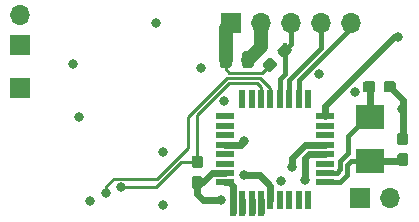
<source format=gbr>
G04 #@! TF.GenerationSoftware,KiCad,Pcbnew,(5.1.5)-3*
G04 #@! TF.CreationDate,2020-02-18T08:36:51+11:00*
G04 #@! TF.ProjectId,Heterodyne,48657465-726f-4647-996e-652e6b696361,rev?*
G04 #@! TF.SameCoordinates,Original*
G04 #@! TF.FileFunction,Copper,L4,Bot*
G04 #@! TF.FilePolarity,Positive*
%FSLAX46Y46*%
G04 Gerber Fmt 4.6, Leading zero omitted, Abs format (unit mm)*
G04 Created by KiCad (PCBNEW (5.1.5)-3) date 2020-02-18 08:36:51*
%MOMM*%
%LPD*%
G04 APERTURE LIST*
%ADD10R,0.600000X0.600000*%
%ADD11C,0.100000*%
%ADD12O,1.700000X1.700000*%
%ADD13R,1.700000X1.700000*%
%ADD14R,1.600000X0.550000*%
%ADD15R,0.550000X1.600000*%
%ADD16R,2.400000X2.000000*%
%ADD17C,0.800000*%
%ADD18C,0.600000*%
%ADD19C,1.200000*%
%ADD20C,0.250000*%
%ADD21C,0.400000*%
G04 APERTURE END LIST*
D10*
X123500000Y-65600000D03*
X124300000Y-65600000D03*
X125100000Y-65600000D03*
X125900000Y-65600000D03*
G04 #@! TA.AperFunction,SMDPad,CuDef*
D11*
G36*
X138160779Y-58776144D02*
G01*
X138183834Y-58779563D01*
X138206443Y-58785227D01*
X138228387Y-58793079D01*
X138249457Y-58803044D01*
X138269448Y-58815026D01*
X138288168Y-58828910D01*
X138305438Y-58844562D01*
X138321090Y-58861832D01*
X138334974Y-58880552D01*
X138346956Y-58900543D01*
X138356921Y-58921613D01*
X138364773Y-58943557D01*
X138370437Y-58966166D01*
X138373856Y-58989221D01*
X138375000Y-59012500D01*
X138375000Y-59587500D01*
X138373856Y-59610779D01*
X138370437Y-59633834D01*
X138364773Y-59656443D01*
X138356921Y-59678387D01*
X138346956Y-59699457D01*
X138334974Y-59719448D01*
X138321090Y-59738168D01*
X138305438Y-59755438D01*
X138288168Y-59771090D01*
X138269448Y-59784974D01*
X138249457Y-59796956D01*
X138228387Y-59806921D01*
X138206443Y-59814773D01*
X138183834Y-59820437D01*
X138160779Y-59823856D01*
X138137500Y-59825000D01*
X137662500Y-59825000D01*
X137639221Y-59823856D01*
X137616166Y-59820437D01*
X137593557Y-59814773D01*
X137571613Y-59806921D01*
X137550543Y-59796956D01*
X137530552Y-59784974D01*
X137511832Y-59771090D01*
X137494562Y-59755438D01*
X137478910Y-59738168D01*
X137465026Y-59719448D01*
X137453044Y-59699457D01*
X137443079Y-59678387D01*
X137435227Y-59656443D01*
X137429563Y-59633834D01*
X137426144Y-59610779D01*
X137425000Y-59587500D01*
X137425000Y-59012500D01*
X137426144Y-58989221D01*
X137429563Y-58966166D01*
X137435227Y-58943557D01*
X137443079Y-58921613D01*
X137453044Y-58900543D01*
X137465026Y-58880552D01*
X137478910Y-58861832D01*
X137494562Y-58844562D01*
X137511832Y-58828910D01*
X137530552Y-58815026D01*
X137550543Y-58803044D01*
X137571613Y-58793079D01*
X137593557Y-58785227D01*
X137616166Y-58779563D01*
X137639221Y-58776144D01*
X137662500Y-58775000D01*
X138137500Y-58775000D01*
X138160779Y-58776144D01*
G37*
G04 #@! TD.AperFunction*
G04 #@! TA.AperFunction,SMDPad,CuDef*
G36*
X138160779Y-60526144D02*
G01*
X138183834Y-60529563D01*
X138206443Y-60535227D01*
X138228387Y-60543079D01*
X138249457Y-60553044D01*
X138269448Y-60565026D01*
X138288168Y-60578910D01*
X138305438Y-60594562D01*
X138321090Y-60611832D01*
X138334974Y-60630552D01*
X138346956Y-60650543D01*
X138356921Y-60671613D01*
X138364773Y-60693557D01*
X138370437Y-60716166D01*
X138373856Y-60739221D01*
X138375000Y-60762500D01*
X138375000Y-61337500D01*
X138373856Y-61360779D01*
X138370437Y-61383834D01*
X138364773Y-61406443D01*
X138356921Y-61428387D01*
X138346956Y-61449457D01*
X138334974Y-61469448D01*
X138321090Y-61488168D01*
X138305438Y-61505438D01*
X138288168Y-61521090D01*
X138269448Y-61534974D01*
X138249457Y-61546956D01*
X138228387Y-61556921D01*
X138206443Y-61564773D01*
X138183834Y-61570437D01*
X138160779Y-61573856D01*
X138137500Y-61575000D01*
X137662500Y-61575000D01*
X137639221Y-61573856D01*
X137616166Y-61570437D01*
X137593557Y-61564773D01*
X137571613Y-61556921D01*
X137550543Y-61546956D01*
X137530552Y-61534974D01*
X137511832Y-61521090D01*
X137494562Y-61505438D01*
X137478910Y-61488168D01*
X137465026Y-61469448D01*
X137453044Y-61449457D01*
X137443079Y-61428387D01*
X137435227Y-61406443D01*
X137429563Y-61383834D01*
X137426144Y-61360779D01*
X137425000Y-61337500D01*
X137425000Y-60762500D01*
X137426144Y-60739221D01*
X137429563Y-60716166D01*
X137435227Y-60693557D01*
X137443079Y-60671613D01*
X137453044Y-60650543D01*
X137465026Y-60630552D01*
X137478910Y-60611832D01*
X137494562Y-60594562D01*
X137511832Y-60578910D01*
X137530552Y-60565026D01*
X137550543Y-60553044D01*
X137571613Y-60543079D01*
X137593557Y-60535227D01*
X137616166Y-60529563D01*
X137639221Y-60526144D01*
X137662500Y-60525000D01*
X138137500Y-60525000D01*
X138160779Y-60526144D01*
G37*
G04 #@! TD.AperFunction*
D12*
X133500000Y-49500000D03*
X130960000Y-49500000D03*
X128420000Y-49500000D03*
X125880000Y-49500000D03*
D13*
X123340000Y-49500000D03*
G04 #@! TA.AperFunction,SMDPad,CuDef*
D11*
G36*
X120760779Y-62476144D02*
G01*
X120783834Y-62479563D01*
X120806443Y-62485227D01*
X120828387Y-62493079D01*
X120849457Y-62503044D01*
X120869448Y-62515026D01*
X120888168Y-62528910D01*
X120905438Y-62544562D01*
X120921090Y-62561832D01*
X120934974Y-62580552D01*
X120946956Y-62600543D01*
X120956921Y-62621613D01*
X120964773Y-62643557D01*
X120970437Y-62666166D01*
X120973856Y-62689221D01*
X120975000Y-62712500D01*
X120975000Y-63287500D01*
X120973856Y-63310779D01*
X120970437Y-63333834D01*
X120964773Y-63356443D01*
X120956921Y-63378387D01*
X120946956Y-63399457D01*
X120934974Y-63419448D01*
X120921090Y-63438168D01*
X120905438Y-63455438D01*
X120888168Y-63471090D01*
X120869448Y-63484974D01*
X120849457Y-63496956D01*
X120828387Y-63506921D01*
X120806443Y-63514773D01*
X120783834Y-63520437D01*
X120760779Y-63523856D01*
X120737500Y-63525000D01*
X120262500Y-63525000D01*
X120239221Y-63523856D01*
X120216166Y-63520437D01*
X120193557Y-63514773D01*
X120171613Y-63506921D01*
X120150543Y-63496956D01*
X120130552Y-63484974D01*
X120111832Y-63471090D01*
X120094562Y-63455438D01*
X120078910Y-63438168D01*
X120065026Y-63419448D01*
X120053044Y-63399457D01*
X120043079Y-63378387D01*
X120035227Y-63356443D01*
X120029563Y-63333834D01*
X120026144Y-63310779D01*
X120025000Y-63287500D01*
X120025000Y-62712500D01*
X120026144Y-62689221D01*
X120029563Y-62666166D01*
X120035227Y-62643557D01*
X120043079Y-62621613D01*
X120053044Y-62600543D01*
X120065026Y-62580552D01*
X120078910Y-62561832D01*
X120094562Y-62544562D01*
X120111832Y-62528910D01*
X120130552Y-62515026D01*
X120150543Y-62503044D01*
X120171613Y-62493079D01*
X120193557Y-62485227D01*
X120216166Y-62479563D01*
X120239221Y-62476144D01*
X120262500Y-62475000D01*
X120737500Y-62475000D01*
X120760779Y-62476144D01*
G37*
G04 #@! TD.AperFunction*
G04 #@! TA.AperFunction,SMDPad,CuDef*
G36*
X120760779Y-60726144D02*
G01*
X120783834Y-60729563D01*
X120806443Y-60735227D01*
X120828387Y-60743079D01*
X120849457Y-60753044D01*
X120869448Y-60765026D01*
X120888168Y-60778910D01*
X120905438Y-60794562D01*
X120921090Y-60811832D01*
X120934974Y-60830552D01*
X120946956Y-60850543D01*
X120956921Y-60871613D01*
X120964773Y-60893557D01*
X120970437Y-60916166D01*
X120973856Y-60939221D01*
X120975000Y-60962500D01*
X120975000Y-61537500D01*
X120973856Y-61560779D01*
X120970437Y-61583834D01*
X120964773Y-61606443D01*
X120956921Y-61628387D01*
X120946956Y-61649457D01*
X120934974Y-61669448D01*
X120921090Y-61688168D01*
X120905438Y-61705438D01*
X120888168Y-61721090D01*
X120869448Y-61734974D01*
X120849457Y-61746956D01*
X120828387Y-61756921D01*
X120806443Y-61764773D01*
X120783834Y-61770437D01*
X120760779Y-61773856D01*
X120737500Y-61775000D01*
X120262500Y-61775000D01*
X120239221Y-61773856D01*
X120216166Y-61770437D01*
X120193557Y-61764773D01*
X120171613Y-61756921D01*
X120150543Y-61746956D01*
X120130552Y-61734974D01*
X120111832Y-61721090D01*
X120094562Y-61705438D01*
X120078910Y-61688168D01*
X120065026Y-61669448D01*
X120053044Y-61649457D01*
X120043079Y-61628387D01*
X120035227Y-61606443D01*
X120029563Y-61583834D01*
X120026144Y-61560779D01*
X120025000Y-61537500D01*
X120025000Y-60962500D01*
X120026144Y-60939221D01*
X120029563Y-60916166D01*
X120035227Y-60893557D01*
X120043079Y-60871613D01*
X120053044Y-60850543D01*
X120065026Y-60830552D01*
X120078910Y-60811832D01*
X120094562Y-60794562D01*
X120111832Y-60778910D01*
X120130552Y-60765026D01*
X120150543Y-60753044D01*
X120171613Y-60743079D01*
X120193557Y-60735227D01*
X120216166Y-60729563D01*
X120239221Y-60726144D01*
X120262500Y-60725000D01*
X120737500Y-60725000D01*
X120760779Y-60726144D01*
G37*
G04 #@! TD.AperFunction*
G04 #@! TA.AperFunction,SMDPad,CuDef*
G36*
X127958634Y-51192413D02*
G01*
X127981689Y-51195832D01*
X128004298Y-51201496D01*
X128026242Y-51209348D01*
X128047312Y-51219313D01*
X128067303Y-51231295D01*
X128086023Y-51245179D01*
X128103293Y-51260831D01*
X128439169Y-51596707D01*
X128454821Y-51613977D01*
X128468705Y-51632697D01*
X128480687Y-51652688D01*
X128490652Y-51673758D01*
X128498504Y-51695702D01*
X128504168Y-51718311D01*
X128507587Y-51741366D01*
X128508731Y-51764645D01*
X128507587Y-51787924D01*
X128504168Y-51810979D01*
X128498504Y-51833588D01*
X128490652Y-51855532D01*
X128480687Y-51876602D01*
X128468705Y-51896593D01*
X128454821Y-51915313D01*
X128439169Y-51932583D01*
X128032583Y-52339169D01*
X128015313Y-52354821D01*
X127996593Y-52368705D01*
X127976602Y-52380687D01*
X127955532Y-52390652D01*
X127933588Y-52398504D01*
X127910979Y-52404168D01*
X127887924Y-52407587D01*
X127864645Y-52408731D01*
X127841366Y-52407587D01*
X127818311Y-52404168D01*
X127795702Y-52398504D01*
X127773758Y-52390652D01*
X127752688Y-52380687D01*
X127732697Y-52368705D01*
X127713977Y-52354821D01*
X127696707Y-52339169D01*
X127360831Y-52003293D01*
X127345179Y-51986023D01*
X127331295Y-51967303D01*
X127319313Y-51947312D01*
X127309348Y-51926242D01*
X127301496Y-51904298D01*
X127295832Y-51881689D01*
X127292413Y-51858634D01*
X127291269Y-51835355D01*
X127292413Y-51812076D01*
X127295832Y-51789021D01*
X127301496Y-51766412D01*
X127309348Y-51744468D01*
X127319313Y-51723398D01*
X127331295Y-51703407D01*
X127345179Y-51684687D01*
X127360831Y-51667417D01*
X127767417Y-51260831D01*
X127784687Y-51245179D01*
X127803407Y-51231295D01*
X127823398Y-51219313D01*
X127844468Y-51209348D01*
X127866412Y-51201496D01*
X127889021Y-51195832D01*
X127912076Y-51192413D01*
X127935355Y-51191269D01*
X127958634Y-51192413D01*
G37*
G04 #@! TD.AperFunction*
G04 #@! TA.AperFunction,SMDPad,CuDef*
G36*
X126721198Y-52429849D02*
G01*
X126744253Y-52433268D01*
X126766862Y-52438932D01*
X126788806Y-52446784D01*
X126809876Y-52456749D01*
X126829867Y-52468731D01*
X126848587Y-52482615D01*
X126865857Y-52498267D01*
X127201733Y-52834143D01*
X127217385Y-52851413D01*
X127231269Y-52870133D01*
X127243251Y-52890124D01*
X127253216Y-52911194D01*
X127261068Y-52933138D01*
X127266732Y-52955747D01*
X127270151Y-52978802D01*
X127271295Y-53002081D01*
X127270151Y-53025360D01*
X127266732Y-53048415D01*
X127261068Y-53071024D01*
X127253216Y-53092968D01*
X127243251Y-53114038D01*
X127231269Y-53134029D01*
X127217385Y-53152749D01*
X127201733Y-53170019D01*
X126795147Y-53576605D01*
X126777877Y-53592257D01*
X126759157Y-53606141D01*
X126739166Y-53618123D01*
X126718096Y-53628088D01*
X126696152Y-53635940D01*
X126673543Y-53641604D01*
X126650488Y-53645023D01*
X126627209Y-53646167D01*
X126603930Y-53645023D01*
X126580875Y-53641604D01*
X126558266Y-53635940D01*
X126536322Y-53628088D01*
X126515252Y-53618123D01*
X126495261Y-53606141D01*
X126476541Y-53592257D01*
X126459271Y-53576605D01*
X126123395Y-53240729D01*
X126107743Y-53223459D01*
X126093859Y-53204739D01*
X126081877Y-53184748D01*
X126071912Y-53163678D01*
X126064060Y-53141734D01*
X126058396Y-53119125D01*
X126054977Y-53096070D01*
X126053833Y-53072791D01*
X126054977Y-53049512D01*
X126058396Y-53026457D01*
X126064060Y-53003848D01*
X126071912Y-52981904D01*
X126081877Y-52960834D01*
X126093859Y-52940843D01*
X126107743Y-52922123D01*
X126123395Y-52904853D01*
X126529981Y-52498267D01*
X126547251Y-52482615D01*
X126565971Y-52468731D01*
X126585962Y-52456749D01*
X126607032Y-52446784D01*
X126628976Y-52438932D01*
X126651585Y-52433268D01*
X126674640Y-52429849D01*
X126697919Y-52428705D01*
X126721198Y-52429849D01*
G37*
G04 #@! TD.AperFunction*
G04 #@! TA.AperFunction,SMDPad,CuDef*
G36*
X125067642Y-51901174D02*
G01*
X125091303Y-51904684D01*
X125114507Y-51910496D01*
X125137029Y-51918554D01*
X125158653Y-51928782D01*
X125179170Y-51941079D01*
X125198383Y-51955329D01*
X125216107Y-51971393D01*
X125232171Y-51989117D01*
X125246421Y-52008330D01*
X125258718Y-52028847D01*
X125268946Y-52050471D01*
X125277004Y-52072993D01*
X125282816Y-52096197D01*
X125286326Y-52119858D01*
X125287500Y-52143750D01*
X125287500Y-53056250D01*
X125286326Y-53080142D01*
X125282816Y-53103803D01*
X125277004Y-53127007D01*
X125268946Y-53149529D01*
X125258718Y-53171153D01*
X125246421Y-53191670D01*
X125232171Y-53210883D01*
X125216107Y-53228607D01*
X125198383Y-53244671D01*
X125179170Y-53258921D01*
X125158653Y-53271218D01*
X125137029Y-53281446D01*
X125114507Y-53289504D01*
X125091303Y-53295316D01*
X125067642Y-53298826D01*
X125043750Y-53300000D01*
X124556250Y-53300000D01*
X124532358Y-53298826D01*
X124508697Y-53295316D01*
X124485493Y-53289504D01*
X124462971Y-53281446D01*
X124441347Y-53271218D01*
X124420830Y-53258921D01*
X124401617Y-53244671D01*
X124383893Y-53228607D01*
X124367829Y-53210883D01*
X124353579Y-53191670D01*
X124341282Y-53171153D01*
X124331054Y-53149529D01*
X124322996Y-53127007D01*
X124317184Y-53103803D01*
X124313674Y-53080142D01*
X124312500Y-53056250D01*
X124312500Y-52143750D01*
X124313674Y-52119858D01*
X124317184Y-52096197D01*
X124322996Y-52072993D01*
X124331054Y-52050471D01*
X124341282Y-52028847D01*
X124353579Y-52008330D01*
X124367829Y-51989117D01*
X124383893Y-51971393D01*
X124401617Y-51955329D01*
X124420830Y-51941079D01*
X124441347Y-51928782D01*
X124462971Y-51918554D01*
X124485493Y-51910496D01*
X124508697Y-51904684D01*
X124532358Y-51901174D01*
X124556250Y-51900000D01*
X125043750Y-51900000D01*
X125067642Y-51901174D01*
G37*
G04 #@! TD.AperFunction*
G04 #@! TA.AperFunction,SMDPad,CuDef*
G36*
X123192642Y-51901174D02*
G01*
X123216303Y-51904684D01*
X123239507Y-51910496D01*
X123262029Y-51918554D01*
X123283653Y-51928782D01*
X123304170Y-51941079D01*
X123323383Y-51955329D01*
X123341107Y-51971393D01*
X123357171Y-51989117D01*
X123371421Y-52008330D01*
X123383718Y-52028847D01*
X123393946Y-52050471D01*
X123402004Y-52072993D01*
X123407816Y-52096197D01*
X123411326Y-52119858D01*
X123412500Y-52143750D01*
X123412500Y-53056250D01*
X123411326Y-53080142D01*
X123407816Y-53103803D01*
X123402004Y-53127007D01*
X123393946Y-53149529D01*
X123383718Y-53171153D01*
X123371421Y-53191670D01*
X123357171Y-53210883D01*
X123341107Y-53228607D01*
X123323383Y-53244671D01*
X123304170Y-53258921D01*
X123283653Y-53271218D01*
X123262029Y-53281446D01*
X123239507Y-53289504D01*
X123216303Y-53295316D01*
X123192642Y-53298826D01*
X123168750Y-53300000D01*
X122681250Y-53300000D01*
X122657358Y-53298826D01*
X122633697Y-53295316D01*
X122610493Y-53289504D01*
X122587971Y-53281446D01*
X122566347Y-53271218D01*
X122545830Y-53258921D01*
X122526617Y-53244671D01*
X122508893Y-53228607D01*
X122492829Y-53210883D01*
X122478579Y-53191670D01*
X122466282Y-53171153D01*
X122456054Y-53149529D01*
X122447996Y-53127007D01*
X122442184Y-53103803D01*
X122438674Y-53080142D01*
X122437500Y-53056250D01*
X122437500Y-52143750D01*
X122438674Y-52119858D01*
X122442184Y-52096197D01*
X122447996Y-52072993D01*
X122456054Y-52050471D01*
X122466282Y-52028847D01*
X122478579Y-52008330D01*
X122492829Y-51989117D01*
X122508893Y-51971393D01*
X122526617Y-51955329D01*
X122545830Y-51941079D01*
X122566347Y-51928782D01*
X122587971Y-51918554D01*
X122610493Y-51910496D01*
X122633697Y-51904684D01*
X122657358Y-51901174D01*
X122681250Y-51900000D01*
X123168750Y-51900000D01*
X123192642Y-51901174D01*
G37*
G04 #@! TD.AperFunction*
G04 #@! TA.AperFunction,SMDPad,CuDef*
G36*
X135360779Y-54426144D02*
G01*
X135383834Y-54429563D01*
X135406443Y-54435227D01*
X135428387Y-54443079D01*
X135449457Y-54453044D01*
X135469448Y-54465026D01*
X135488168Y-54478910D01*
X135505438Y-54494562D01*
X135521090Y-54511832D01*
X135534974Y-54530552D01*
X135546956Y-54550543D01*
X135556921Y-54571613D01*
X135564773Y-54593557D01*
X135570437Y-54616166D01*
X135573856Y-54639221D01*
X135575000Y-54662500D01*
X135575000Y-55137500D01*
X135573856Y-55160779D01*
X135570437Y-55183834D01*
X135564773Y-55206443D01*
X135556921Y-55228387D01*
X135546956Y-55249457D01*
X135534974Y-55269448D01*
X135521090Y-55288168D01*
X135505438Y-55305438D01*
X135488168Y-55321090D01*
X135469448Y-55334974D01*
X135449457Y-55346956D01*
X135428387Y-55356921D01*
X135406443Y-55364773D01*
X135383834Y-55370437D01*
X135360779Y-55373856D01*
X135337500Y-55375000D01*
X134762500Y-55375000D01*
X134739221Y-55373856D01*
X134716166Y-55370437D01*
X134693557Y-55364773D01*
X134671613Y-55356921D01*
X134650543Y-55346956D01*
X134630552Y-55334974D01*
X134611832Y-55321090D01*
X134594562Y-55305438D01*
X134578910Y-55288168D01*
X134565026Y-55269448D01*
X134553044Y-55249457D01*
X134543079Y-55228387D01*
X134535227Y-55206443D01*
X134529563Y-55183834D01*
X134526144Y-55160779D01*
X134525000Y-55137500D01*
X134525000Y-54662500D01*
X134526144Y-54639221D01*
X134529563Y-54616166D01*
X134535227Y-54593557D01*
X134543079Y-54571613D01*
X134553044Y-54550543D01*
X134565026Y-54530552D01*
X134578910Y-54511832D01*
X134594562Y-54494562D01*
X134611832Y-54478910D01*
X134630552Y-54465026D01*
X134650543Y-54453044D01*
X134671613Y-54443079D01*
X134693557Y-54435227D01*
X134716166Y-54429563D01*
X134739221Y-54426144D01*
X134762500Y-54425000D01*
X135337500Y-54425000D01*
X135360779Y-54426144D01*
G37*
G04 #@! TD.AperFunction*
G04 #@! TA.AperFunction,SMDPad,CuDef*
G36*
X137110779Y-54426144D02*
G01*
X137133834Y-54429563D01*
X137156443Y-54435227D01*
X137178387Y-54443079D01*
X137199457Y-54453044D01*
X137219448Y-54465026D01*
X137238168Y-54478910D01*
X137255438Y-54494562D01*
X137271090Y-54511832D01*
X137284974Y-54530552D01*
X137296956Y-54550543D01*
X137306921Y-54571613D01*
X137314773Y-54593557D01*
X137320437Y-54616166D01*
X137323856Y-54639221D01*
X137325000Y-54662500D01*
X137325000Y-55137500D01*
X137323856Y-55160779D01*
X137320437Y-55183834D01*
X137314773Y-55206443D01*
X137306921Y-55228387D01*
X137296956Y-55249457D01*
X137284974Y-55269448D01*
X137271090Y-55288168D01*
X137255438Y-55305438D01*
X137238168Y-55321090D01*
X137219448Y-55334974D01*
X137199457Y-55346956D01*
X137178387Y-55356921D01*
X137156443Y-55364773D01*
X137133834Y-55370437D01*
X137110779Y-55373856D01*
X137087500Y-55375000D01*
X136512500Y-55375000D01*
X136489221Y-55373856D01*
X136466166Y-55370437D01*
X136443557Y-55364773D01*
X136421613Y-55356921D01*
X136400543Y-55346956D01*
X136380552Y-55334974D01*
X136361832Y-55321090D01*
X136344562Y-55305438D01*
X136328910Y-55288168D01*
X136315026Y-55269448D01*
X136303044Y-55249457D01*
X136293079Y-55228387D01*
X136285227Y-55206443D01*
X136279563Y-55183834D01*
X136276144Y-55160779D01*
X136275000Y-55137500D01*
X136275000Y-54662500D01*
X136276144Y-54639221D01*
X136279563Y-54616166D01*
X136285227Y-54593557D01*
X136293079Y-54571613D01*
X136303044Y-54550543D01*
X136315026Y-54530552D01*
X136328910Y-54511832D01*
X136344562Y-54494562D01*
X136361832Y-54478910D01*
X136380552Y-54465026D01*
X136400543Y-54453044D01*
X136421613Y-54443079D01*
X136443557Y-54435227D01*
X136466166Y-54429563D01*
X136489221Y-54426144D01*
X136512500Y-54425000D01*
X137087500Y-54425000D01*
X137110779Y-54426144D01*
G37*
G04 #@! TD.AperFunction*
D13*
X105500000Y-55000000D03*
X105500000Y-51400000D03*
D12*
X105500000Y-48860000D03*
X136800000Y-64300000D03*
D13*
X134260000Y-64300000D03*
D14*
X131350000Y-57400000D03*
X131350000Y-58200000D03*
X131350000Y-59000000D03*
X131350000Y-59800000D03*
X131350000Y-60600000D03*
X131350000Y-61400000D03*
X131350000Y-62200000D03*
X131350000Y-63000000D03*
D15*
X129900000Y-64450000D03*
X129100000Y-64450000D03*
X128300000Y-64450000D03*
X127500000Y-64450000D03*
X126700000Y-64450000D03*
X125900000Y-64450000D03*
X125100000Y-64450000D03*
X124300000Y-64450000D03*
D14*
X122850000Y-63000000D03*
X122850000Y-62200000D03*
X122850000Y-61400000D03*
X122850000Y-60600000D03*
X122850000Y-59800000D03*
X122850000Y-59000000D03*
X122850000Y-58200000D03*
X122850000Y-57400000D03*
D15*
X124300000Y-55950000D03*
X125100000Y-55950000D03*
X125900000Y-55950000D03*
X126700000Y-55950000D03*
X127500000Y-55950000D03*
X128300000Y-55950000D03*
X129100000Y-55950000D03*
X129900000Y-55950000D03*
D16*
X135100000Y-57500000D03*
X135100000Y-61200000D03*
D17*
X110000000Y-53000000D03*
X110500000Y-57500000D03*
X137875000Y-56800000D03*
X133823897Y-55323897D03*
X130800000Y-53800000D03*
X122800000Y-56100000D03*
X124500000Y-59500000D03*
X117600000Y-60400000D03*
X127600000Y-62900000D03*
X129600000Y-62800000D03*
X120800000Y-53299996D03*
X122500000Y-64500000D03*
X117600000Y-64900000D03*
X111400000Y-64600000D03*
X128500000Y-61699998D03*
X117000000Y-49500000D03*
X137500000Y-50700000D03*
X124500000Y-62400000D03*
X114055553Y-63419447D03*
X112800000Y-63900000D03*
D18*
X137900000Y-56000000D02*
X136800000Y-54900000D01*
X137900000Y-56800000D02*
X137875000Y-56800000D01*
X137900000Y-56800000D02*
X137900000Y-56000000D01*
X137900000Y-59300000D02*
X137900000Y-56800000D01*
X122850000Y-59800000D02*
X124200000Y-59800000D01*
X124200000Y-59800000D02*
X124500000Y-59500000D01*
X129950000Y-60600000D02*
X129600000Y-60950000D01*
X129600000Y-62234315D02*
X129600000Y-62800000D01*
X129600000Y-60950000D02*
X129600000Y-62234315D01*
X131350000Y-60600000D02*
X129950000Y-60600000D01*
D19*
X125880000Y-51520000D02*
X124800000Y-52600000D01*
X125880000Y-49500000D02*
X125880000Y-51520000D01*
D18*
X120500000Y-63000000D02*
X120975000Y-63000000D01*
X121775010Y-62199990D02*
X122850000Y-62199990D01*
X120975000Y-63000000D02*
X121775010Y-62199990D01*
X120500000Y-63000000D02*
X120500000Y-64000000D01*
X120500000Y-64000000D02*
X121000000Y-64500000D01*
X121000000Y-64500000D02*
X122500000Y-64500000D01*
X131350000Y-59800000D02*
X129618616Y-59800000D01*
X128500000Y-61134313D02*
X128500000Y-61699998D01*
X128500000Y-60918616D02*
X128500000Y-61134313D01*
X129618616Y-59800000D02*
X128500000Y-60918616D01*
D19*
X122925000Y-49915000D02*
X123340000Y-49500000D01*
X122925000Y-52600000D02*
X122925000Y-49915000D01*
D20*
X122925000Y-53425000D02*
X122925000Y-52600000D01*
X123199981Y-53699981D02*
X122925000Y-53425000D01*
X126662564Y-53037436D02*
X126000019Y-53699981D01*
X126000019Y-53699981D02*
X123199981Y-53699981D01*
D21*
X134900000Y-57500000D02*
X135100000Y-57500000D01*
X133300000Y-59100000D02*
X134900000Y-57500000D01*
X132300000Y-62200000D02*
X132600000Y-61900000D01*
X133300000Y-60500000D02*
X133300000Y-59100000D01*
X131350000Y-62200000D02*
X132300000Y-62200000D01*
X132600000Y-61900000D02*
X132600000Y-61200000D01*
X132600000Y-61200000D02*
X133300000Y-60500000D01*
D18*
X135100000Y-54950000D02*
X135050000Y-54900000D01*
X135100000Y-57500000D02*
X135100000Y-54950000D01*
D21*
X132550000Y-63000000D02*
X133200000Y-62350000D01*
X131350000Y-63000000D02*
X132550000Y-63000000D01*
X133500000Y-61200000D02*
X135100000Y-61200000D01*
X133200000Y-61500000D02*
X133500000Y-61200000D01*
X133200000Y-62350000D02*
X133200000Y-61500000D01*
D18*
X137750000Y-61200000D02*
X137900000Y-61050000D01*
X135100000Y-61200000D02*
X137750000Y-61200000D01*
X131350000Y-57400000D02*
X131350000Y-56525000D01*
X137175000Y-50700000D02*
X137500000Y-50700000D01*
X131350000Y-56525000D02*
X137175000Y-50700000D01*
X125065685Y-62400000D02*
X124500000Y-62400000D01*
X125825002Y-62400000D02*
X125065685Y-62400000D01*
X126700000Y-63274998D02*
X125825002Y-62400000D01*
X126700000Y-64450000D02*
X126700000Y-63274998D01*
D21*
X114055553Y-63419447D02*
X114080553Y-63419447D01*
D20*
X114055553Y-63419447D02*
X116980553Y-63419447D01*
X119150000Y-61250000D02*
X120500000Y-61250000D01*
X116980553Y-63419447D02*
X119150000Y-61250000D01*
X120500000Y-57326998D02*
X123226998Y-54600000D01*
X120500000Y-61250000D02*
X120500000Y-57326998D01*
X125900000Y-54900000D02*
X125900000Y-55950000D01*
X125600000Y-54600000D02*
X125900000Y-54900000D01*
X123226998Y-54600000D02*
X125600000Y-54600000D01*
X113439869Y-62694446D02*
X112800000Y-63334315D01*
X117069144Y-62694446D02*
X113439869Y-62694446D01*
X112800000Y-63334315D02*
X112800000Y-63900000D01*
X119700000Y-60063590D02*
X117069144Y-62694446D01*
X126700000Y-55000000D02*
X125849991Y-54149991D01*
X126700000Y-55950000D02*
X126700000Y-55000000D01*
X119700000Y-57490588D02*
X119700000Y-60063590D01*
X125849991Y-54149991D02*
X123040597Y-54149991D01*
X123040597Y-54149991D02*
X119700000Y-57490588D01*
D21*
X133500000Y-49948542D02*
X133500000Y-49500000D01*
X129100000Y-55950000D02*
X129100000Y-54348542D01*
X129100000Y-54348542D02*
X133500000Y-49948542D01*
X128300000Y-55000000D02*
X128300000Y-55950000D01*
X130960000Y-51640000D02*
X128300000Y-54300000D01*
X128300000Y-54300000D02*
X128300000Y-55000000D01*
X130960000Y-49500000D02*
X130960000Y-51640000D01*
X128420000Y-51280000D02*
X127900000Y-51800000D01*
X128420000Y-49500000D02*
X128420000Y-51280000D01*
X127500000Y-54750000D02*
X127500000Y-55950000D01*
X127500000Y-54251458D02*
X127500000Y-54750000D01*
X127900000Y-53851458D02*
X127500000Y-54251458D01*
X127900000Y-51800000D02*
X127900000Y-53851458D01*
D18*
X125900000Y-64450000D02*
X125900000Y-65474990D01*
X125100000Y-64450000D02*
X125100000Y-65474990D01*
D21*
X124300000Y-64450000D02*
X124300000Y-64500000D01*
D18*
X124300000Y-64450000D02*
X124300000Y-65474990D01*
X123200000Y-63000000D02*
X123500000Y-63300000D01*
X122850000Y-63000000D02*
X123200000Y-63000000D01*
X123500000Y-63300000D02*
X123500000Y-65474990D01*
M02*

</source>
